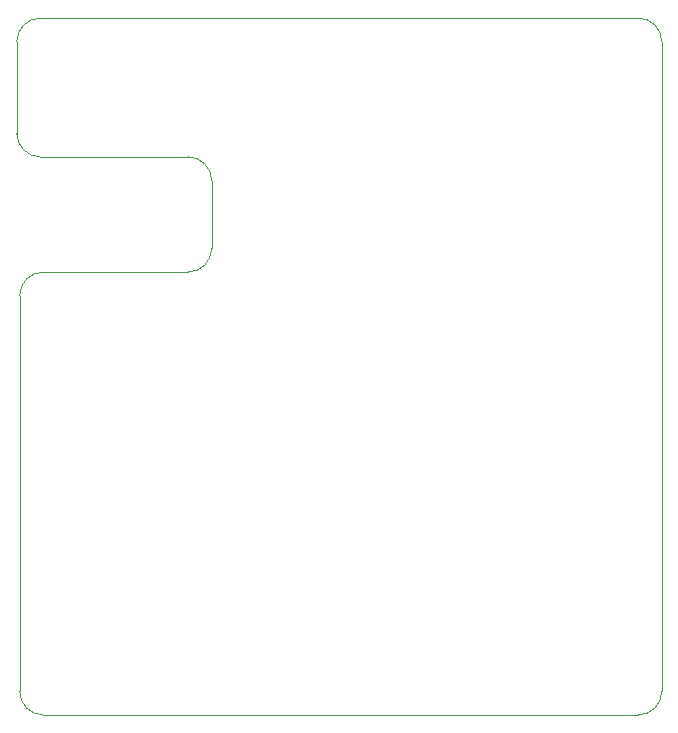
<source format=gbr>
%TF.GenerationSoftware,KiCad,Pcbnew,8.0.0*%
%TF.CreationDate,2024-03-20T19:05:42-04:00*%
%TF.ProjectId,level-shifted,6c657665-6c2d-4736-9869-667465642e6b,rev?*%
%TF.SameCoordinates,Original*%
%TF.FileFunction,Profile,NP*%
%FSLAX46Y46*%
G04 Gerber Fmt 4.6, Leading zero omitted, Abs format (unit mm)*
G04 Created by KiCad (PCBNEW 8.0.0) date 2024-03-20 19:05:42*
%MOMM*%
%LPD*%
G01*
G04 APERTURE LIST*
%TA.AperFunction,Profile*%
%ADD10C,0.100000*%
%TD*%
G04 APERTURE END LIST*
D10*
X177617600Y-60500000D02*
X127000000Y-60500000D01*
X141500000Y-74250000D02*
X141500000Y-80000000D01*
X127000000Y-72250000D02*
X139500000Y-72250000D01*
X139500000Y-82000000D02*
X127250000Y-82000000D01*
X125000000Y-62500000D02*
X125000000Y-70250000D01*
X179617600Y-117500000D02*
X179617600Y-62500000D01*
X125250000Y-84000000D02*
X125250000Y-117500000D01*
X127250000Y-119500000D02*
X177617600Y-119500000D01*
X139500000Y-72250000D02*
G75*
G02*
X141500000Y-74250000I0J-2000000D01*
G01*
X141500000Y-80000000D02*
G75*
G02*
X139500000Y-82000000I-2000000J0D01*
G01*
X125000000Y-62500000D02*
G75*
G02*
X127000000Y-60500000I2000000J0D01*
G01*
X127000000Y-72250000D02*
G75*
G02*
X125000000Y-70250000I0J2000000D01*
G01*
X177617600Y-60500000D02*
G75*
G02*
X179617600Y-62500000I0J-2000000D01*
G01*
X125250000Y-84000000D02*
G75*
G02*
X127250000Y-82000000I2000000J0D01*
G01*
X179617600Y-117500000D02*
G75*
G02*
X177617600Y-119500000I-2000000J0D01*
G01*
X127250000Y-119500000D02*
G75*
G02*
X125250000Y-117500000I0J2000000D01*
G01*
M02*

</source>
